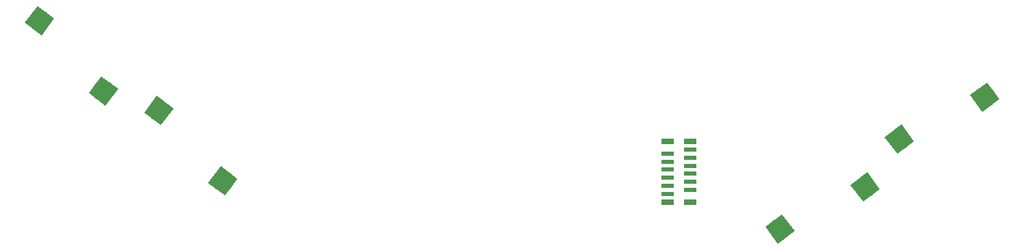
<source format=gbr>
G04 #@! TF.GenerationSoftware,KiCad,Pcbnew,(5.1.4)-1*
G04 #@! TF.CreationDate,2023-12-29T13:05:47-05:00*
G04 #@! TF.ProjectId,ThumbsUp,5468756d-6273-4557-902e-6b696361645f,rev?*
G04 #@! TF.SameCoordinates,Original*
G04 #@! TF.FileFunction,Paste,Bot*
G04 #@! TF.FilePolarity,Positive*
%FSLAX46Y46*%
G04 Gerber Fmt 4.6, Leading zero omitted, Abs format (unit mm)*
G04 Created by KiCad (PCBNEW (5.1.4)-1) date 2023-12-29 13:05:47*
%MOMM*%
%LPD*%
G04 APERTURE LIST*
%ADD10R,1.500000X0.800000*%
%ADD11R,1.500000X0.600000*%
%ADD12C,2.600000*%
%ADD13C,0.100000*%
G04 APERTURE END LIST*
D10*
X178020000Y-12950000D03*
X180820000Y-12950000D03*
X178020000Y-5450000D03*
X180820000Y-5450000D03*
D11*
X178020000Y-11950000D03*
X180820000Y-11450000D03*
X178020000Y-10950000D03*
X180820000Y-10450000D03*
X178020000Y-9950000D03*
X180820000Y-9450000D03*
X178020000Y-8950000D03*
X180820000Y-8450000D03*
X178020000Y-7950000D03*
X180820000Y-7450000D03*
X178020000Y-6950000D03*
X180820000Y-6450000D03*
D12*
X191913128Y-16293541D03*
D13*
G36*
X192168995Y-14472955D02*
G01*
X193733714Y-16549408D01*
X191657261Y-18114127D01*
X190092542Y-16037674D01*
X192168995Y-14472955D01*
X192168995Y-14472955D01*
G37*
D12*
X202461362Y-11099576D03*
D13*
G36*
X202717229Y-9278990D02*
G01*
X204281948Y-11355443D01*
X202205495Y-12920162D01*
X200640776Y-10843709D01*
X202717229Y-9278990D01*
X202717229Y-9278990D01*
G37*
D12*
X122922779Y-10336376D03*
D13*
G36*
X121102193Y-10592243D02*
G01*
X122666912Y-8515790D01*
X124743365Y-10080509D01*
X123178646Y-12156962D01*
X121102193Y-10592243D01*
X121102193Y-10592243D01*
G37*
D12*
X115022532Y-1628415D03*
D13*
G36*
X113201946Y-1884282D02*
G01*
X114766665Y192171D01*
X116843118Y-1372548D01*
X115278399Y-3449001D01*
X113201946Y-1884282D01*
X113201946Y-1884282D01*
G37*
D12*
X108148022Y797201D03*
D13*
G36*
X106327436Y541334D02*
G01*
X107892155Y2617787D01*
X109968608Y1053068D01*
X108403889Y-1023385D01*
X106327436Y541334D01*
X106327436Y541334D01*
G37*
D12*
X100247775Y9505162D03*
D13*
G36*
X98427189Y9249295D02*
G01*
X99991908Y11325748D01*
X102068361Y9761029D01*
X100503642Y7684576D01*
X98427189Y9249295D01*
X98427189Y9249295D01*
G37*
D12*
X206687885Y-5159963D03*
D13*
G36*
X206943752Y-3339377D02*
G01*
X208508471Y-5415830D01*
X206432018Y-6980549D01*
X204867299Y-4904096D01*
X206943752Y-3339377D01*
X206943752Y-3339377D01*
G37*
D12*
X217236119Y34002D03*
D13*
G36*
X217491986Y1854588D02*
G01*
X219056705Y-221865D01*
X216980252Y-1786584D01*
X215415533Y289869D01*
X217491986Y1854588D01*
X217491986Y1854588D01*
G37*
M02*

</source>
